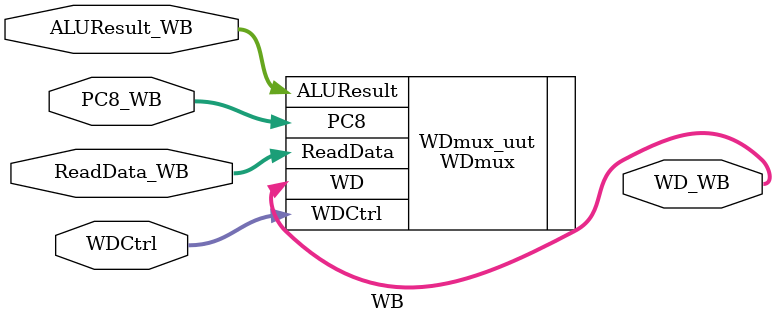
<source format=v>
`timescale 1ns / 1ps
module WB(
    input [31:0] ReadData_WB,
    input [31:0] ALUResult_WB,
    input [1:0] WDCtrl,
    output [31:0] WD_WB,
    input [31:0] PC8_WB
    );
    WDmux WDmux_uut(
        .WDCtrl(WDCtrl),
        .ALUResult(ALUResult_WB),
        .ReadData(ReadData_WB),
        .PC8(PC8_WB),
        .WD(WD_WB)
    );
endmodule

</source>
